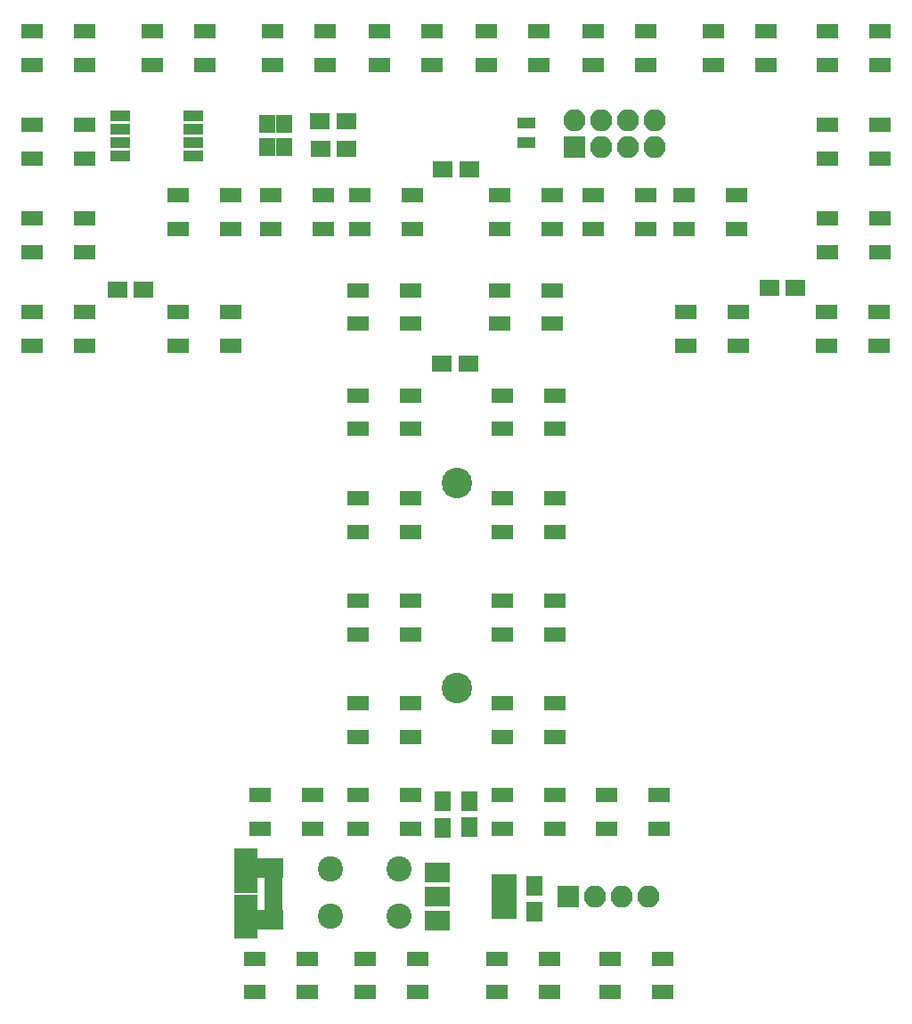
<source format=gbr>
G04 #@! TF.GenerationSoftware,KiCad,Pcbnew,(5.0.0)*
G04 #@! TF.CreationDate,2020-02-18T19:26:41-05:00*
G04 #@! TF.ProjectId,WS2812B Tiny T,575332383132422054696E7920542E6B,rev?*
G04 #@! TF.SameCoordinates,Original*
G04 #@! TF.FileFunction,Soldermask,Top*
G04 #@! TF.FilePolarity,Negative*
%FSLAX46Y46*%
G04 Gerber Fmt 4.6, Leading zero omitted, Abs format (unit mm)*
G04 Created by KiCad (PCBNEW (5.0.0)) date 02/18/20 19:26:41*
%MOMM*%
%LPD*%
G01*
G04 APERTURE LIST*
%ADD10C,2.900000*%
%ADD11R,2.000000X1.400000*%
%ADD12R,1.900000X1.650000*%
%ADD13R,1.650000X1.900000*%
%ADD14O,2.100000X2.100000*%
%ADD15R,2.100000X2.100000*%
%ADD16C,2.400000*%
%ADD17R,1.700000X1.100000*%
%ADD18R,1.950000X1.000000*%
%ADD19R,1.550000X1.800000*%
%ADD20R,2.500000X1.875000*%
%ADD21R,2.300000X1.575000*%
%ADD22R,2.300000X2.775000*%
%ADD23R,1.780000X0.850000*%
%ADD24R,2.400000X1.900000*%
%ADD25R,2.400000X4.200000*%
G04 APERTURE END LIST*
D10*
G04 #@! TO.C,J1*
X127512000Y-121412000D03*
X127512000Y-101912000D03*
G04 #@! TD*
D11*
G04 #@! TO.C,U1*
X87162000Y-85712500D03*
X87162000Y-88912500D03*
X92162000Y-85712500D03*
X92162000Y-88912500D03*
G04 #@! TD*
G04 #@! TO.C,U2*
X92162000Y-80022500D03*
X92162000Y-76822500D03*
X87162000Y-80022500D03*
X87162000Y-76822500D03*
G04 #@! TD*
G04 #@! TO.C,U3*
X87162000Y-67932500D03*
X87162000Y-71132500D03*
X92162000Y-67932500D03*
X92162000Y-71132500D03*
G04 #@! TD*
G04 #@! TO.C,U4*
X92162000Y-62242500D03*
X92162000Y-59042500D03*
X87162000Y-62242500D03*
X87162000Y-59042500D03*
G04 #@! TD*
G04 #@! TO.C,U5*
X98592000Y-59042500D03*
X98592000Y-62242500D03*
X103592000Y-59042500D03*
X103592000Y-62242500D03*
G04 #@! TD*
G04 #@! TO.C,U6*
X115022000Y-62242500D03*
X115022000Y-59042500D03*
X110022000Y-62242500D03*
X110022000Y-59042500D03*
G04 #@! TD*
G04 #@! TO.C,U7*
X120182000Y-59042500D03*
X120182000Y-62242500D03*
X125182000Y-59042500D03*
X125182000Y-62242500D03*
G04 #@! TD*
G04 #@! TO.C,U8*
X135342000Y-62242500D03*
X135342000Y-59042500D03*
X130342000Y-62242500D03*
X130342000Y-59042500D03*
G04 #@! TD*
G04 #@! TO.C,U9*
X140462000Y-59042500D03*
X140462000Y-62242500D03*
X145462000Y-59042500D03*
X145462000Y-62242500D03*
G04 #@! TD*
G04 #@! TO.C,U10*
X156932000Y-62242500D03*
X156932000Y-59042500D03*
X151932000Y-62242500D03*
X151932000Y-59042500D03*
G04 #@! TD*
G04 #@! TO.C,U11*
X162727000Y-59042500D03*
X162727000Y-62242500D03*
X167727000Y-59042500D03*
X167727000Y-62242500D03*
G04 #@! TD*
G04 #@! TO.C,U12*
X167727000Y-71132500D03*
X167727000Y-67932500D03*
X162727000Y-71132500D03*
X162727000Y-67932500D03*
G04 #@! TD*
G04 #@! TO.C,U13*
X162727000Y-76822500D03*
X162727000Y-80022500D03*
X167727000Y-76822500D03*
X167727000Y-80022500D03*
G04 #@! TD*
G04 #@! TO.C,U15*
X154301000Y-88912500D03*
X154301000Y-85712500D03*
X149301000Y-88912500D03*
X149301000Y-85712500D03*
G04 #@! TD*
G04 #@! TO.C,U16*
X149098000Y-74622500D03*
X149098000Y-77822500D03*
X154098000Y-74622500D03*
X154098000Y-77822500D03*
G04 #@! TD*
G04 #@! TO.C,U17*
X145502000Y-77822500D03*
X145502000Y-74622500D03*
X140502000Y-77822500D03*
X140502000Y-74622500D03*
G04 #@! TD*
G04 #@! TO.C,U18*
X131612000Y-74622500D03*
X131612000Y-77822500D03*
X136612000Y-74622500D03*
X136612000Y-77822500D03*
G04 #@! TD*
G04 #@! TO.C,U19*
X136612000Y-86822500D03*
X136612000Y-83622500D03*
X131612000Y-86822500D03*
X131612000Y-83622500D03*
G04 #@! TD*
G04 #@! TO.C,U20*
X131812000Y-93622500D03*
X131812000Y-96822500D03*
X136812000Y-93622500D03*
X136812000Y-96822500D03*
G04 #@! TD*
G04 #@! TO.C,U21*
X131812000Y-103372500D03*
X131812000Y-106572500D03*
X136812000Y-103372500D03*
X136812000Y-106572500D03*
G04 #@! TD*
G04 #@! TO.C,U22*
X136812000Y-116322500D03*
X136812000Y-113122500D03*
X131812000Y-116322500D03*
X131812000Y-113122500D03*
G04 #@! TD*
G04 #@! TO.C,U23*
X131812000Y-122872500D03*
X131812000Y-126072500D03*
X136812000Y-122872500D03*
X136812000Y-126072500D03*
G04 #@! TD*
G04 #@! TO.C,U24*
X136812000Y-134822500D03*
X136812000Y-131622500D03*
X131812000Y-134822500D03*
X131812000Y-131622500D03*
G04 #@! TD*
G04 #@! TO.C,U25*
X141772000Y-131622500D03*
X141772000Y-134822500D03*
X146772000Y-131622500D03*
X146772000Y-134822500D03*
G04 #@! TD*
G04 #@! TO.C,U26*
X147062000Y-150322500D03*
X147062000Y-147122500D03*
X142062000Y-150322500D03*
X142062000Y-147122500D03*
G04 #@! TD*
G04 #@! TO.C,U27*
X131312000Y-147122500D03*
X131312000Y-150322500D03*
X136312000Y-147122500D03*
X136312000Y-150322500D03*
G04 #@! TD*
G04 #@! TO.C,U28*
X123812000Y-150322500D03*
X123812000Y-147122500D03*
X118812000Y-150322500D03*
X118812000Y-147122500D03*
G04 #@! TD*
G04 #@! TO.C,U29*
X108312000Y-147122500D03*
X108312000Y-150322500D03*
X113312000Y-147122500D03*
X113312000Y-150322500D03*
G04 #@! TD*
G04 #@! TO.C,U30*
X113812000Y-134822500D03*
X113812000Y-131622500D03*
X108812000Y-134822500D03*
X108812000Y-131622500D03*
G04 #@! TD*
G04 #@! TO.C,U31*
X118142000Y-131622500D03*
X118142000Y-134822500D03*
X123142000Y-131622500D03*
X123142000Y-134822500D03*
G04 #@! TD*
G04 #@! TO.C,U32*
X123142000Y-126072500D03*
X123142000Y-122872500D03*
X118142000Y-126072500D03*
X118142000Y-122872500D03*
G04 #@! TD*
G04 #@! TO.C,U33*
X118142000Y-113122500D03*
X118142000Y-116322500D03*
X123142000Y-113122500D03*
X123142000Y-116322500D03*
G04 #@! TD*
G04 #@! TO.C,U34*
X123142000Y-106572500D03*
X123142000Y-103372500D03*
X118142000Y-106572500D03*
X118142000Y-103372500D03*
G04 #@! TD*
G04 #@! TO.C,U35*
X118142000Y-93622500D03*
X118142000Y-96822500D03*
X123142000Y-93622500D03*
X123142000Y-96822500D03*
G04 #@! TD*
G04 #@! TO.C,U36*
X123142000Y-86822500D03*
X123142000Y-83622500D03*
X118142000Y-86822500D03*
X118142000Y-83622500D03*
G04 #@! TD*
G04 #@! TO.C,U37*
X118312000Y-74622500D03*
X118312000Y-77822500D03*
X123312000Y-74622500D03*
X123312000Y-77822500D03*
G04 #@! TD*
G04 #@! TO.C,U38*
X114812000Y-77822500D03*
X114812000Y-74622500D03*
X109812000Y-77822500D03*
X109812000Y-74622500D03*
G04 #@! TD*
G04 #@! TO.C,U39*
X101062000Y-74622500D03*
X101062000Y-77822500D03*
X106062000Y-74622500D03*
X106062000Y-77822500D03*
G04 #@! TD*
G04 #@! TO.C,U14*
X162687000Y-85712500D03*
X162687000Y-88912500D03*
X167687000Y-85712500D03*
X167687000Y-88912500D03*
G04 #@! TD*
D12*
G04 #@! TO.C,C1*
X114554000Y-70231000D03*
X117054000Y-70231000D03*
G04 #@! TD*
G04 #@! TO.C,C2*
X116990500Y-67564000D03*
X114490500Y-67564000D03*
G04 #@! TD*
D13*
G04 #@! TO.C,C3*
X134874000Y-140195500D03*
X134874000Y-142695500D03*
G04 #@! TD*
D12*
G04 #@! TO.C,C4*
X128687000Y-72174100D03*
X126187000Y-72174100D03*
G04 #@! TD*
G04 #@! TO.C,C5*
X97770000Y-83553300D03*
X95270000Y-83553300D03*
G04 #@! TD*
G04 #@! TO.C,C6*
X128626000Y-90614500D03*
X126126000Y-90614500D03*
G04 #@! TD*
G04 #@! TO.C,C7*
X157246000Y-83400900D03*
X159746000Y-83400900D03*
G04 #@! TD*
D13*
G04 #@! TO.C,C8*
X126187000Y-134688500D03*
X126187000Y-132188500D03*
G04 #@! TD*
G04 #@! TO.C,C9*
X128701000Y-132169500D03*
X128701000Y-134669500D03*
G04 #@! TD*
D14*
G04 #@! TO.C,J2*
X145732000Y-141222500D03*
X143192000Y-141222500D03*
X140652000Y-141222500D03*
D15*
X138112000Y-141222500D03*
G04 #@! TD*
D11*
G04 #@! TO.C,U40*
X101062000Y-85722500D03*
X101062000Y-88922500D03*
X106062000Y-85722500D03*
X106062000Y-88922500D03*
G04 #@! TD*
D16*
G04 #@! TO.C,SW1*
X122000000Y-138622500D03*
X122000000Y-143122500D03*
X115500000Y-138622500D03*
X115500000Y-143122500D03*
G04 #@! TD*
D14*
G04 #@! TO.C,J3*
X146300000Y-67453500D03*
X146300000Y-69993500D03*
X143760000Y-67453500D03*
X143760000Y-69993500D03*
X141220000Y-67453500D03*
X141220000Y-69993500D03*
X138680000Y-67453500D03*
D15*
X138680000Y-69993500D03*
G04 #@! TD*
D17*
G04 #@! TO.C,R1*
X134112000Y-69603700D03*
X134112000Y-67703700D03*
G04 #@! TD*
D18*
G04 #@! TO.C,MCU1*
X102489000Y-70866000D03*
X102489000Y-69596000D03*
X102489000Y-68326000D03*
X102489000Y-67056000D03*
X95489000Y-67056000D03*
X95489000Y-68326000D03*
X95489000Y-69596000D03*
X95489000Y-70861000D03*
G04 #@! TD*
D19*
G04 #@! TO.C,Y1*
X109537500Y-70018000D03*
X109537500Y-67818000D03*
X111137500Y-67818000D03*
X111137500Y-70018000D03*
G04 #@! TD*
D20*
G04 #@! TO.C,USB1*
X109750000Y-143425000D03*
D21*
X107450000Y-141800000D03*
D22*
X107450000Y-138050000D03*
X107450000Y-143875000D03*
D21*
X107450000Y-140125000D03*
D20*
X109750000Y-138500000D03*
D23*
X110110000Y-139662500D03*
X110110000Y-140312500D03*
X110110000Y-140962500D03*
X110110000Y-141612500D03*
X110110000Y-142262500D03*
G04 #@! TD*
D24*
G04 #@! TO.C,U41*
X125700000Y-138911500D03*
X125700000Y-143511500D03*
X125700000Y-141211500D03*
D25*
X132000000Y-141211500D03*
G04 #@! TD*
M02*

</source>
